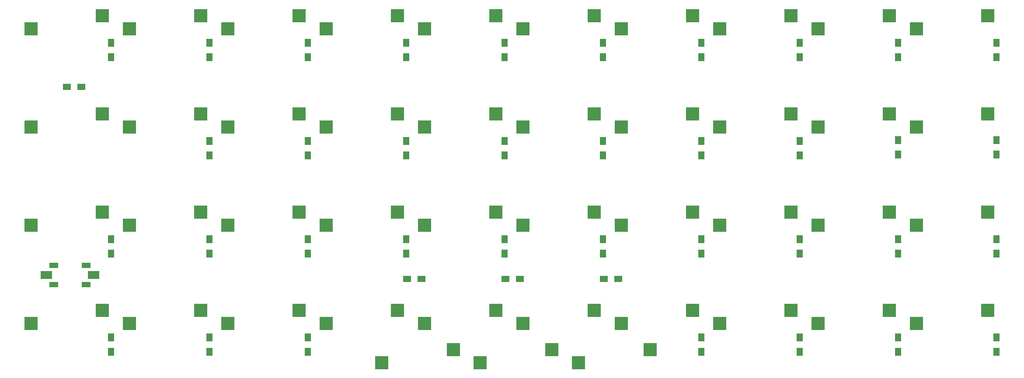
<source format=gbp>
G04 #@! TF.GenerationSoftware,KiCad,Pcbnew,(5.1.12-1-10_14)*
G04 #@! TF.CreationDate,2022-04-14T21:34:18-06:00*
G04 #@! TF.ProjectId,banime40,62616e69-6d65-4343-902e-6b696361645f,rev?*
G04 #@! TF.SameCoordinates,Original*
G04 #@! TF.FileFunction,Paste,Bot*
G04 #@! TF.FilePolarity,Positive*
%FSLAX46Y46*%
G04 Gerber Fmt 4.6, Leading zero omitted, Abs format (unit mm)*
G04 Created by KiCad (PCBNEW (5.1.12-1-10_14)) date 2022-04-14 21:34:18*
%MOMM*%
%LPD*%
G01*
G04 APERTURE LIST*
%ADD10R,2.180000X1.600000*%
%ADD11R,1.700000X1.000000*%
%ADD12R,2.550000X2.500000*%
%ADD13R,1.200000X1.600000*%
%ADD14R,1.600000X1.200000*%
G04 APERTURE END LIST*
D10*
G04 #@! TO.C,SW45*
X56977500Y-103187500D03*
X47797500Y-103187500D03*
G04 #@! TD*
D11*
G04 #@! TO.C,SW44*
X49237500Y-105087500D03*
X55537500Y-105087500D03*
X49237500Y-101287500D03*
X55537500Y-101287500D03*
G04 #@! TD*
D12*
G04 #@! TO.C,SW2*
X197227500Y-55403750D03*
X211077500Y-52863750D03*
G04 #@! TD*
G04 #@! TO.C,SW3*
X178177500Y-55403750D03*
X192027500Y-52863750D03*
G04 #@! TD*
G04 #@! TO.C,SW11*
X216277500Y-74453750D03*
X230127500Y-71913750D03*
G04 #@! TD*
D13*
G04 #@! TO.C,D40*
X60325000Y-118081250D03*
X60325000Y-115281250D03*
G04 #@! TD*
G04 #@! TO.C,D39*
X79375000Y-118081250D03*
X79375000Y-115281250D03*
G04 #@! TD*
G04 #@! TO.C,D38*
X98425000Y-118081250D03*
X98425000Y-115281250D03*
G04 #@! TD*
D14*
G04 #@! TO.C,D37*
X120462500Y-103981250D03*
X117662500Y-103981250D03*
G04 #@! TD*
G04 #@! TO.C,D36*
X139512500Y-103981250D03*
X136712500Y-103981250D03*
G04 #@! TD*
G04 #@! TO.C,D35*
X158562500Y-103981250D03*
X155762500Y-103981250D03*
G04 #@! TD*
D13*
G04 #@! TO.C,D34*
X174625000Y-118081250D03*
X174625000Y-115281250D03*
G04 #@! TD*
G04 #@! TO.C,D33*
X193675000Y-118081250D03*
X193675000Y-115281250D03*
G04 #@! TD*
G04 #@! TO.C,D32*
X212725000Y-118081250D03*
X212725000Y-115281250D03*
G04 #@! TD*
G04 #@! TO.C,D31*
X231775000Y-118081250D03*
X231775000Y-115281250D03*
G04 #@! TD*
G04 #@! TO.C,D30*
X60325000Y-99031250D03*
X60325000Y-96231250D03*
G04 #@! TD*
G04 #@! TO.C,D29*
X79375000Y-99031250D03*
X79375000Y-96231250D03*
G04 #@! TD*
G04 #@! TO.C,D28*
X98425000Y-99031250D03*
X98425000Y-96231250D03*
G04 #@! TD*
G04 #@! TO.C,D27*
X117475000Y-99031250D03*
X117475000Y-96231250D03*
G04 #@! TD*
G04 #@! TO.C,D26*
X136525000Y-99031250D03*
X136525000Y-96231250D03*
G04 #@! TD*
G04 #@! TO.C,D25*
X155575000Y-99031250D03*
X155575000Y-96231250D03*
G04 #@! TD*
G04 #@! TO.C,D24*
X174625000Y-99031250D03*
X174625000Y-96231250D03*
G04 #@! TD*
G04 #@! TO.C,D23*
X193675000Y-99031250D03*
X193675000Y-96231250D03*
G04 #@! TD*
G04 #@! TO.C,D22*
X212725000Y-99031250D03*
X212725000Y-96231250D03*
G04 #@! TD*
G04 #@! TO.C,D21*
X231775000Y-99031250D03*
X231775000Y-96231250D03*
G04 #@! TD*
D14*
G04 #@! TO.C,D20*
X54581250Y-66675000D03*
X51781250Y-66675000D03*
G04 #@! TD*
D13*
G04 #@! TO.C,D19*
X79375000Y-79981250D03*
X79375000Y-77181250D03*
G04 #@! TD*
G04 #@! TO.C,D18*
X98425000Y-79981250D03*
X98425000Y-77181250D03*
G04 #@! TD*
G04 #@! TO.C,D17*
X117475000Y-79981250D03*
X117475000Y-77181250D03*
G04 #@! TD*
G04 #@! TO.C,D16*
X136525000Y-79981250D03*
X136525000Y-77181250D03*
G04 #@! TD*
G04 #@! TO.C,D15*
X155575000Y-79981250D03*
X155575000Y-77181250D03*
G04 #@! TD*
G04 #@! TO.C,D14*
X174625000Y-79981250D03*
X174625000Y-77181250D03*
G04 #@! TD*
G04 #@! TO.C,D13*
X193675000Y-79981250D03*
X193675000Y-77181250D03*
G04 #@! TD*
G04 #@! TO.C,D12*
X212725000Y-79862500D03*
X212725000Y-77062500D03*
G04 #@! TD*
G04 #@! TO.C,D11*
X231775000Y-79862500D03*
X231775000Y-77062500D03*
G04 #@! TD*
G04 #@! TO.C,D10*
X60325000Y-60931250D03*
X60325000Y-58131250D03*
G04 #@! TD*
G04 #@! TO.C,D9*
X79375000Y-60931250D03*
X79375000Y-58131250D03*
G04 #@! TD*
G04 #@! TO.C,D8*
X98425000Y-60931250D03*
X98425000Y-58131250D03*
G04 #@! TD*
G04 #@! TO.C,D7*
X117475000Y-60931250D03*
X117475000Y-58131250D03*
G04 #@! TD*
G04 #@! TO.C,D6*
X136525000Y-60931250D03*
X136525000Y-58131250D03*
G04 #@! TD*
G04 #@! TO.C,D5*
X155575000Y-60931250D03*
X155575000Y-58131250D03*
G04 #@! TD*
G04 #@! TO.C,D4*
X174625000Y-60931250D03*
X174625000Y-58131250D03*
G04 #@! TD*
G04 #@! TO.C,D3*
X193675000Y-60931250D03*
X193675000Y-58131250D03*
G04 #@! TD*
G04 #@! TO.C,D2*
X212725000Y-60931250D03*
X212725000Y-58131250D03*
G04 #@! TD*
G04 #@! TO.C,D1*
X231775000Y-60931250D03*
X231775000Y-58131250D03*
G04 #@! TD*
D12*
G04 #@! TO.C,SW43*
X145672500Y-117633750D03*
X131822500Y-120173750D03*
G04 #@! TD*
G04 #@! TO.C,SW42*
X126622500Y-117633750D03*
X112772500Y-120173750D03*
G04 #@! TD*
G04 #@! TO.C,SW41*
X164722500Y-117633750D03*
X150872500Y-120173750D03*
G04 #@! TD*
G04 #@! TO.C,SW40*
X44827500Y-112553750D03*
X58677500Y-110013750D03*
G04 #@! TD*
G04 #@! TO.C,SW39*
X63877500Y-112553750D03*
X77727500Y-110013750D03*
G04 #@! TD*
G04 #@! TO.C,SW38*
X82927500Y-112553750D03*
X96777500Y-110013750D03*
G04 #@! TD*
G04 #@! TO.C,SW37*
X101977500Y-112553750D03*
X115827500Y-110013750D03*
G04 #@! TD*
G04 #@! TO.C,SW36*
X121027500Y-112553750D03*
X134877500Y-110013750D03*
G04 #@! TD*
G04 #@! TO.C,SW35*
X140077500Y-112553750D03*
X153927500Y-110013750D03*
G04 #@! TD*
G04 #@! TO.C,SW34*
X159127500Y-112553750D03*
X172977500Y-110013750D03*
G04 #@! TD*
G04 #@! TO.C,SW33*
X178177500Y-112553750D03*
X192027500Y-110013750D03*
G04 #@! TD*
G04 #@! TO.C,SW32*
X197227500Y-112553750D03*
X211077500Y-110013750D03*
G04 #@! TD*
G04 #@! TO.C,SW31*
X216277500Y-112553750D03*
X230127500Y-110013750D03*
G04 #@! TD*
G04 #@! TO.C,SW30*
X44827500Y-93503750D03*
X58677500Y-90963750D03*
G04 #@! TD*
G04 #@! TO.C,SW29*
X63877500Y-93503750D03*
X77727500Y-90963750D03*
G04 #@! TD*
G04 #@! TO.C,SW28*
X82927500Y-93503750D03*
X96777500Y-90963750D03*
G04 #@! TD*
G04 #@! TO.C,SW27*
X101977500Y-93503750D03*
X115827500Y-90963750D03*
G04 #@! TD*
G04 #@! TO.C,SW26*
X121027500Y-93503750D03*
X134877500Y-90963750D03*
G04 #@! TD*
G04 #@! TO.C,SW25*
X140077500Y-93503750D03*
X153927500Y-90963750D03*
G04 #@! TD*
G04 #@! TO.C,SW24*
X159127500Y-93503750D03*
X172977500Y-90963750D03*
G04 #@! TD*
G04 #@! TO.C,SW23*
X178177500Y-93503750D03*
X192027500Y-90963750D03*
G04 #@! TD*
G04 #@! TO.C,SW22*
X197227500Y-93503750D03*
X211077500Y-90963750D03*
G04 #@! TD*
G04 #@! TO.C,SW21*
X216277500Y-93503750D03*
X230127500Y-90963750D03*
G04 #@! TD*
G04 #@! TO.C,SW20*
X44827500Y-74453750D03*
X58677500Y-71913750D03*
G04 #@! TD*
G04 #@! TO.C,SW19*
X63877500Y-74453750D03*
X77727500Y-71913750D03*
G04 #@! TD*
G04 #@! TO.C,SW18*
X82927500Y-74453750D03*
X96777500Y-71913750D03*
G04 #@! TD*
G04 #@! TO.C,SW17*
X101977500Y-74453750D03*
X115827500Y-71913750D03*
G04 #@! TD*
G04 #@! TO.C,SW16*
X121027500Y-74453750D03*
X134877500Y-71913750D03*
G04 #@! TD*
G04 #@! TO.C,SW15*
X140077500Y-74453750D03*
X153927500Y-71913750D03*
G04 #@! TD*
G04 #@! TO.C,SW14*
X159127500Y-74453750D03*
X172977500Y-71913750D03*
G04 #@! TD*
G04 #@! TO.C,SW13*
X178177500Y-74453750D03*
X192027500Y-71913750D03*
G04 #@! TD*
G04 #@! TO.C,SW12*
X197227500Y-74453750D03*
X211077500Y-71913750D03*
G04 #@! TD*
G04 #@! TO.C,SW10*
X44827500Y-55403750D03*
X58677500Y-52863750D03*
G04 #@! TD*
G04 #@! TO.C,SW9*
X63877500Y-55403750D03*
X77727500Y-52863750D03*
G04 #@! TD*
G04 #@! TO.C,SW8*
X82927500Y-55403750D03*
X96777500Y-52863750D03*
G04 #@! TD*
G04 #@! TO.C,SW7*
X101977500Y-55403750D03*
X115827500Y-52863750D03*
G04 #@! TD*
G04 #@! TO.C,SW6*
X121027500Y-55403750D03*
X134877500Y-52863750D03*
G04 #@! TD*
G04 #@! TO.C,SW5*
X140077500Y-55403750D03*
X153927500Y-52863750D03*
G04 #@! TD*
G04 #@! TO.C,SW4*
X159127500Y-55403750D03*
X172977500Y-52863750D03*
G04 #@! TD*
G04 #@! TO.C,SW1*
X216277500Y-55403750D03*
X230127500Y-52863750D03*
G04 #@! TD*
M02*

</source>
